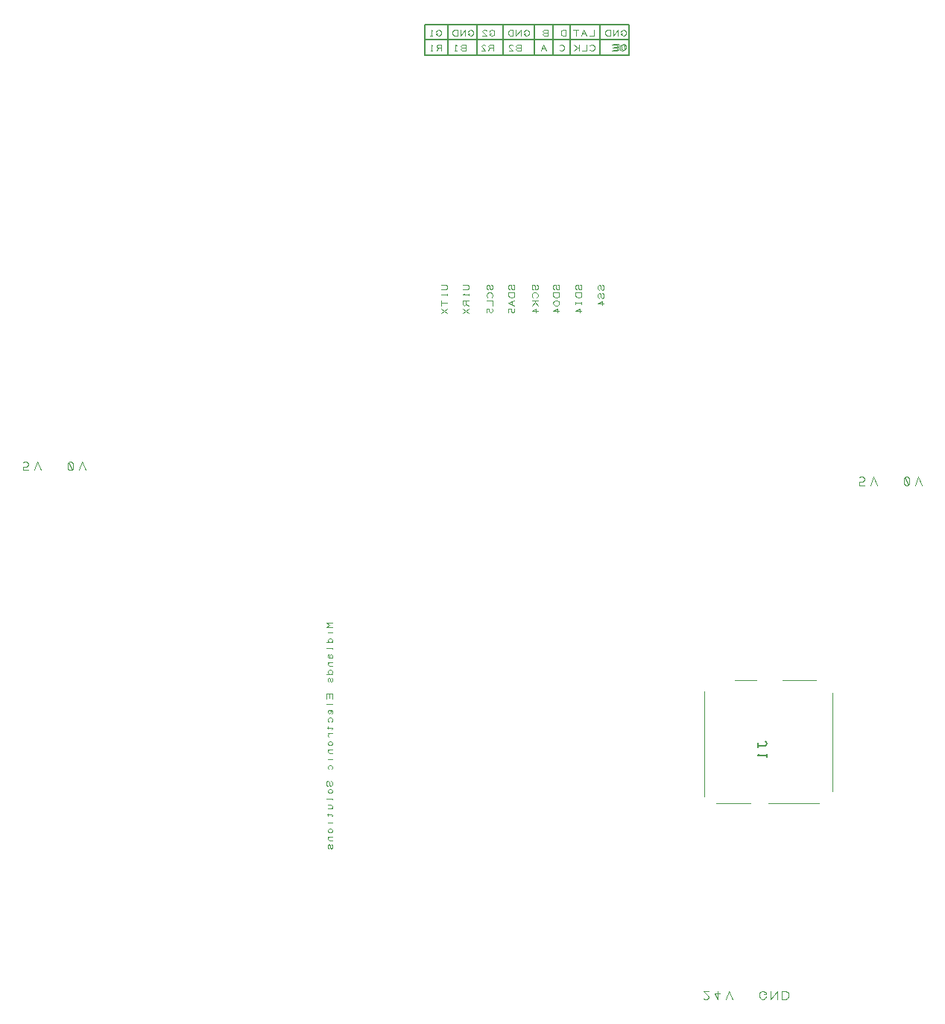
<source format=gbo>
G04 DesignSpark PCB Gerber Version 12.0 Build 5942*
%FSLAX35Y35*%
%MOIN*%
%ADD283C,0.00300*%
%ADD12C,0.00394*%
%ADD11C,0.00500*%
X0Y0D02*
D02*
D11*
X213226Y433404D02*
X223463D01*
Y426711D01*
X213226D01*
Y433404D01*
Y440096D02*
X223463D01*
Y433404D01*
X213226D01*
Y440096D01*
X223463Y433404D02*
X236455D01*
Y426711D01*
X223463D01*
Y433404D01*
Y440096D02*
X236455D01*
Y433404D01*
X223463D01*
Y440096D01*
X236455Y433404D02*
X248266D01*
Y426711D01*
X236455D01*
Y433404D01*
Y440096D02*
X248266D01*
Y433404D01*
X236455D01*
Y440096D01*
X248266Y433404D02*
X262045D01*
Y426711D01*
X248266D01*
Y433404D01*
Y440096D02*
X262045D01*
Y433404D01*
X248266D01*
Y440096D01*
X262045Y433404D02*
X270313D01*
Y426711D01*
X262045D01*
Y433404D01*
Y440096D02*
X270313D01*
Y433404D01*
X262045D01*
Y440096D01*
X270313Y433404D02*
X278187D01*
Y426711D01*
X270313D01*
Y433404D01*
Y440096D02*
X278187D01*
Y433404D01*
X270313D01*
Y440096D01*
X278187Y433404D02*
X291573D01*
Y426711D01*
X278187D01*
Y433404D01*
Y440096D02*
X291573D01*
Y433404D01*
X278187D01*
Y440096D01*
X291573Y433404D02*
X304565D01*
Y426711D01*
X291573D01*
Y433404D01*
Y440096D02*
X304565D01*
Y433404D01*
X291573D01*
Y440096D01*
X365341Y119797D02*
X365654Y119485D01*
X365966Y118860D01*
X365654Y118235D01*
X365341Y117922D01*
X362216D01*
Y117297D01*
Y117922D02*
Y119172D01*
X365966Y114172D02*
Y112922D01*
Y113547D02*
X362216D01*
X362841Y114172D01*
D02*
D12*
X337967Y95360D02*
Y142211D01*
X343478Y92337D02*
X358833D01*
X351746Y147163D02*
X361589Y147230D01*
X366707Y92337D02*
X389344Y92309D01*
X373006Y147230D02*
X387967D01*
X385407Y89848D02*
G75*
G02*
Y90242I0J197D01*
G01*
Y89848D02*
G75*
G03*
Y90242I0J197D01*
G01*
X395447Y141423D02*
Y97722D01*
D02*
D283*
X33337Y244524D02*
X33962Y244836D01*
X34899D01*
X35524Y244524D01*
X35837Y243898D01*
Y243586D01*
X35524Y242961D01*
X34899Y242648D01*
X33337D01*
Y241086D01*
X35837D01*
X38337D02*
X39899Y244836D01*
X41462Y241086D01*
X53649Y244524D02*
X54274Y244836D01*
X54899D01*
X55524Y244524D01*
X55837Y243898D01*
Y242024D01*
X55524Y241398D01*
X54899Y241086D01*
X54274D01*
X53649Y241398D01*
X53337Y242024D01*
Y243898D01*
X53649Y244524D01*
X55524Y241398D01*
X58337Y241086D02*
X59899Y244836D01*
X61462Y241086D01*
X171715Y173014D02*
X169058D01*
X170387Y171906D01*
X169058Y170799D01*
X171715D01*
Y168585D02*
X169944D01*
X169280D02*
X170608Y164156D02*
X170165Y164377D01*
X169944Y164820D01*
Y165263D01*
X170165Y165706D01*
X170608Y165927D01*
X171051D01*
X171494Y165706D01*
X171715Y165263D01*
Y164820D01*
X171494Y164377D01*
X171051Y164156D01*
X171715D02*
X169058D01*
X171715Y161276D02*
Y161498D01*
X169058D01*
X170165Y158841D02*
X169944Y158398D01*
Y157733D01*
X170165Y157290D01*
X170608Y157069D01*
X171272D01*
X171494Y157290D01*
X171715Y157733D01*
Y158176D01*
X171494Y158619D01*
X171272Y158841D01*
X171051D01*
X170830Y158619D01*
X170608Y158176D01*
Y157733D01*
X170830Y157290D01*
X171051Y157069D01*
X171272D02*
X171715D01*
Y155297D02*
X169944D01*
X170608D02*
X170165Y155076D01*
X169944Y154633D01*
Y154190D01*
X170165Y153747D01*
X170608Y153526D01*
X171715D01*
X170608Y149982D02*
X170165Y150204D01*
X169944Y150646D01*
Y151089D01*
X170165Y151532D01*
X170608Y151754D01*
X171051D01*
X171494Y151532D01*
X171715Y151089D01*
Y150646D01*
X171494Y150204D01*
X171051Y149982D01*
X171715D02*
X169058D01*
X171494Y148211D02*
X171715Y147768D01*
Y146882D01*
X171494Y146439D01*
X171051D01*
X170830Y146882D01*
Y147768D01*
X170608Y148211D01*
X170165D01*
X169944Y147768D01*
Y146882D01*
X170165Y146439D01*
X171715Y141124D02*
X169058D01*
Y138909D01*
X170387Y139352D02*
Y141124D01*
X171715D02*
Y138909D01*
Y136473D02*
Y136695D01*
X169058D01*
X171494Y132266D02*
X171715Y132487D01*
Y132930D01*
Y133373D01*
X171494Y133816D01*
X171051Y134037D01*
X170387D01*
X170165Y133816D01*
X169944Y133373D01*
Y132930D01*
X170165Y132487D01*
X170387Y132266D01*
X170608D01*
X170830Y132487D01*
X171051Y132930D01*
Y133373D01*
X170830Y133816D01*
X170608Y134037D01*
X170165Y128722D02*
X169944Y129165D01*
Y129830D01*
X170165Y130272D01*
X170608Y130494D01*
X171051D01*
X171494Y130272D01*
X171715Y129830D01*
Y129165D01*
X171494Y128722D01*
X169944Y126581D02*
Y125548D01*
X169501Y126065D02*
X171494D01*
X171715Y125843D01*
Y125622D01*
X171494Y125400D01*
X171715Y123407D02*
X169944D01*
X170608D02*
X170165Y123186D01*
X169944Y122743D01*
Y122300D01*
X170165Y121857D01*
X171051Y119864D02*
X171494Y119643D01*
X171715Y119200D01*
Y118757D01*
X171494Y118314D01*
X171051Y118093D01*
X170608D01*
X170165Y118314D01*
X169944Y118757D01*
Y119200D01*
X170165Y119643D01*
X170608Y119864D01*
X171051D01*
X171715Y116321D02*
X169944D01*
X170608D02*
X170165Y116099D01*
X169944Y115656D01*
Y115213D01*
X170165Y114770D01*
X170608Y114549D01*
X171715D01*
Y111892D02*
X169944D01*
X169280D02*
X170165Y107463D02*
X169944Y107906D01*
Y108570D01*
X170165Y109013D01*
X170608Y109234D01*
X171051D01*
X171494Y109013D01*
X171715Y108570D01*
Y107906D01*
X171494Y107463D01*
X171051Y102148D02*
X171494Y101926D01*
X171715Y101483D01*
Y100597D01*
X171494Y100154D01*
X171051Y99933D01*
X170608Y100154D01*
X170387Y100597D01*
Y101483D01*
X170165Y101926D01*
X169722Y102148D01*
X169280Y101926D01*
X169058Y101483D01*
Y100597D01*
X169280Y100154D01*
X169722Y99933D01*
X171051Y98604D02*
X171494Y98383D01*
X171715Y97940D01*
Y97497D01*
X171494Y97054D01*
X171051Y96833D01*
X170608D01*
X170165Y97054D01*
X169944Y97497D01*
Y97940D01*
X170165Y98383D01*
X170608Y98604D01*
X171051D01*
X171715Y93954D02*
Y94175D01*
X169058D01*
X169944Y91518D02*
X171051D01*
X171494Y91296D01*
X171715Y90853D01*
Y90410D01*
X171494Y89967D01*
X171051Y89746D01*
X169944D02*
X171715D01*
X169944Y87605D02*
Y86572D01*
X169501Y87089D02*
X171494D01*
X171715Y86867D01*
Y86646D01*
X171494Y86424D01*
X171715Y83545D02*
X169944D01*
X169280D02*
X171051Y80888D02*
X171494Y80666D01*
X171715Y80223D01*
Y79780D01*
X171494Y79337D01*
X171051Y79116D01*
X170608D01*
X170165Y79337D01*
X169944Y79780D01*
Y80223D01*
X170165Y80666D01*
X170608Y80888D01*
X171051D01*
X171715Y77344D02*
X169944D01*
X170608D02*
X170165Y77123D01*
X169944Y76680D01*
Y76237D01*
X170165Y75794D01*
X170608Y75573D01*
X171715D01*
X171494Y73801D02*
X171715Y73358D01*
Y72472D01*
X171494Y72030D01*
X171051D01*
X170830Y72472D01*
Y73358D01*
X170608Y73801D01*
X170165D01*
X169944Y73358D01*
Y72472D01*
X170165Y72030D01*
X218932Y436356D02*
X218268D01*
Y436135D01*
X218489Y435692D01*
X218711Y435470D01*
X219154Y435249D01*
X219596D01*
X220039Y435470D01*
X220261Y435692D01*
X220482Y436135D01*
Y437021D01*
X220261Y437464D01*
X220039Y437685D01*
X219596Y437907D01*
X219154D01*
X218711Y437685D01*
X218489Y437464D01*
X218268Y437021D01*
X216496Y435249D02*
X215610D01*
X216053D02*
Y437907D01*
X216496Y437464D01*
X220553Y428544D02*
Y431202D01*
X219003D01*
X218560Y430980D01*
X218339Y430537D01*
X218560Y430094D01*
X219003Y429873D01*
X220553D01*
X219003D02*
X218339Y428544D01*
X216567D02*
X215681D01*
X216124D02*
Y431202D01*
X216567Y430759D01*
X220314Y323990D02*
X222307D01*
X222750Y323769D01*
X222971Y323326D01*
Y322440D01*
X222750Y321997D01*
X222307Y321776D01*
X220314D01*
X222971Y320004D02*
Y319118D01*
Y319561D02*
X220314D01*
X220757Y320004D01*
X222971Y315796D02*
X220314D01*
Y316904D02*
Y314689D01*
X222971Y313360D02*
X220314Y311146D01*
Y313360D02*
X222971Y311146D01*
X229790Y429873D02*
X229347Y429652D01*
X229126Y429209D01*
X229347Y428766D01*
X229790Y428544D01*
X231341D01*
Y431202D01*
X229790D01*
X229347Y430980D01*
X229126Y430537D01*
X229347Y430094D01*
X229790Y429873D01*
X231341D01*
X227354Y428544D02*
X226469D01*
X226911D02*
Y431202D01*
X227354Y430759D01*
X233188Y436356D02*
X232524D01*
Y436135D01*
X232745Y435692D01*
X232967Y435470D01*
X233409Y435249D01*
X233852D01*
X234295Y435470D01*
X234517Y435692D01*
X234738Y436135D01*
Y437021D01*
X234517Y437464D01*
X234295Y437685D01*
X233852Y437907D01*
X233409D01*
X232967Y437685D01*
X232745Y437464D01*
X232524Y437021D01*
X231195Y435249D02*
Y437907D01*
X228980Y435249D01*
Y437907D01*
X227652Y435249D02*
Y437907D01*
X226323D01*
X225880Y437685D01*
X225658Y437464D01*
X225437Y437021D01*
Y436135D01*
X225658Y435692D01*
X225880Y435470D01*
X226323Y435249D01*
X227652D01*
X230180Y323990D02*
X232173D01*
X232616Y323769D01*
X232837Y323326D01*
Y322440D01*
X232616Y321997D01*
X232173Y321776D01*
X230180D01*
X232837Y320004D02*
Y319118D01*
Y319561D02*
X230180D01*
X230623Y320004D01*
X232837Y316904D02*
X230180D01*
Y315353D01*
X230402Y314910D01*
X230844Y314689D01*
X231287Y314910D01*
X231509Y315353D01*
Y316904D01*
Y315353D02*
X232837Y314689D01*
Y313360D02*
X230180Y311146D01*
Y313360D02*
X232837Y311146D01*
X243829Y428544D02*
Y431202D01*
X242278D01*
X241835Y430980D01*
X241614Y430537D01*
X241835Y430094D01*
X242278Y429873D01*
X243829D01*
X242278D02*
X241614Y428544D01*
X238514D02*
X240285D01*
X238735Y430094D01*
X238514Y430537D01*
X238735Y430980D01*
X239178Y431202D01*
X239843D01*
X240285Y430980D01*
X242668Y436356D02*
X242004D01*
Y436135D01*
X242225Y435692D01*
X242447Y435470D01*
X242890Y435249D01*
X243333D01*
X243776Y435470D01*
X243997Y435692D01*
X244219Y436135D01*
Y437021D01*
X243997Y437464D01*
X243776Y437685D01*
X243333Y437907D01*
X242890D01*
X242447Y437685D01*
X242225Y437464D01*
X242004Y437021D01*
X238904Y435249D02*
X240675D01*
X239125Y436799D01*
X238904Y437242D01*
X239125Y437685D01*
X239568Y437907D01*
X240232D01*
X240675Y437685D01*
X242811Y323990D02*
X243254Y323769D01*
X243475Y323326D01*
Y322440D01*
X243254Y321997D01*
X242811Y321776D01*
X242368Y321997D01*
X242146Y322440D01*
Y323326D01*
X241925Y323769D01*
X241482Y323990D01*
X241039Y323769D01*
X240818Y323326D01*
Y322440D01*
X241039Y321997D01*
X241482Y321776D01*
X243032Y318232D02*
X243254Y318454D01*
X243475Y318896D01*
Y319561D01*
X243254Y320004D01*
X243032Y320225D01*
X242589Y320447D01*
X241704D01*
X241261Y320225D01*
X241039Y320004D01*
X240818Y319561D01*
Y318896D01*
X241039Y318454D01*
X241261Y318232D01*
X240818Y316904D02*
X243475D01*
Y314689D01*
X243254Y313360D02*
X243475Y312917D01*
Y312253D01*
X243254Y311810D01*
X242811Y311589D01*
X242589D01*
X242146Y311810D01*
X241925Y312253D01*
Y313360D01*
X240818D01*
Y311589D01*
X254456Y429873D02*
X254013Y429652D01*
X253791Y429209D01*
X254013Y428766D01*
X254456Y428544D01*
X256006D01*
Y431202D01*
X254456D01*
X254013Y430980D01*
X253791Y430537D01*
X254013Y430094D01*
X254456Y429873D01*
X256006D01*
X250691Y428544D02*
X252463D01*
X250912Y430094D01*
X250691Y430537D01*
X250912Y430980D01*
X251355Y431202D01*
X252020D01*
X252463Y430980D01*
X252520Y323990D02*
X252963Y323769D01*
X253184Y323326D01*
Y322440D01*
X252963Y321997D01*
X252520Y321776D01*
X252077Y321997D01*
X251855Y322440D01*
Y323326D01*
X251634Y323769D01*
X251191Y323990D01*
X250748Y323769D01*
X250526Y323326D01*
Y322440D01*
X250748Y321997D01*
X251191Y321776D01*
X253184Y320447D02*
X250526D01*
Y319118D01*
X250748Y318675D01*
X250969Y318454D01*
X251412Y318232D01*
X252298D01*
X252741Y318454D01*
X252963Y318675D01*
X253184Y319118D01*
Y320447D01*
Y316904D02*
X250526Y315796D01*
X253184Y314689D01*
X252077Y316461D02*
Y315132D01*
X252963Y313360D02*
X253184Y312917D01*
Y312253D01*
X252963Y311810D01*
X252520Y311589D01*
X252298D01*
X251855Y311810D01*
X251634Y312253D01*
Y313360D01*
X250526D01*
Y311589D01*
X258152Y436356D02*
X257488D01*
Y436135D01*
X257709Y435692D01*
X257931Y435470D01*
X258374Y435249D01*
X258817D01*
X259260Y435470D01*
X259481Y435692D01*
X259703Y436135D01*
Y437021D01*
X259481Y437464D01*
X259260Y437685D01*
X258817Y437907D01*
X258374D01*
X257931Y437685D01*
X257709Y437464D01*
X257488Y437021D01*
X256159Y435249D02*
Y437907D01*
X253945Y435249D01*
Y437907D01*
X252616Y435249D02*
Y437907D01*
X251287D01*
X250844Y437685D01*
X250623Y437464D01*
X250402Y437021D01*
Y436135D01*
X250623Y435692D01*
X250844Y435470D01*
X251287Y435249D01*
X252616D01*
X263004Y323990D02*
X263447Y323769D01*
X263668Y323326D01*
Y322440D01*
X263447Y321997D01*
X263004Y321776D01*
X262561Y321997D01*
X262339Y322440D01*
Y323326D01*
X262118Y323769D01*
X261675Y323990D01*
X261232Y323769D01*
X261011Y323326D01*
Y322440D01*
X261232Y321997D01*
X261675Y321776D01*
X263225Y318232D02*
X263447Y318454D01*
X263668Y318896D01*
Y319561D01*
X263447Y320004D01*
X263225Y320225D01*
X262782Y320447D01*
X261896D01*
X261454Y320225D01*
X261232Y320004D01*
X261011Y319561D01*
Y318896D01*
X261232Y318454D01*
X261454Y318232D01*
X263668Y316904D02*
X261011D01*
X262339D02*
Y316239D01*
X261011Y314689D01*
X262339Y316239D02*
X263668Y314689D01*
Y312253D02*
X261011D01*
X262782Y313360D01*
Y311589D01*
X267333Y428544D02*
X266225Y431202D01*
X265118Y428544D01*
X266890Y429652D02*
X265561D01*
X266483Y436578D02*
X266040Y436356D01*
X265819Y435913D01*
X266040Y435470D01*
X266483Y435249D01*
X268033D01*
Y437907D01*
X266483D01*
X266040Y437685D01*
X265819Y437242D01*
X266040Y436799D01*
X266483Y436578D01*
X268033D01*
X273291Y428987D02*
X273513Y428766D01*
X273956Y428544D01*
X274620D01*
X275063Y428766D01*
X275284Y428987D01*
X275506Y429430D01*
Y430316D01*
X275284Y430759D01*
X275063Y430980D01*
X274620Y431202D01*
X273956D01*
X273513Y430980D01*
X273291Y430759D01*
X272559Y323990D02*
X273002Y323769D01*
X273223Y323326D01*
Y322440D01*
X273002Y321997D01*
X272559Y321776D01*
X272116Y321997D01*
X271894Y322440D01*
Y323326D01*
X271673Y323769D01*
X271230Y323990D01*
X270787Y323769D01*
X270566Y323326D01*
Y322440D01*
X270787Y321997D01*
X271230Y321776D01*
X273223Y320447D02*
X270566D01*
Y319118D01*
X270787Y318675D01*
X271009Y318454D01*
X271452Y318232D01*
X272337D01*
X272780Y318454D01*
X273002Y318675D01*
X273223Y319118D01*
Y320447D01*
X272337Y316904D02*
X271452D01*
X271009Y316682D01*
X270787Y316461D01*
X270566Y316018D01*
Y315575D01*
X270787Y315132D01*
X271009Y314910D01*
X271452Y314689D01*
X272337D01*
X272780Y314910D01*
X273002Y315132D01*
X273223Y315575D01*
Y316018D01*
X273002Y316461D01*
X272780Y316682D01*
X272337Y316904D01*
X273223Y312253D02*
X270566D01*
X272337Y313360D01*
Y311589D01*
X276207Y435249D02*
Y437907D01*
X274878D01*
X274435Y437685D01*
X274213Y437464D01*
X273992Y437021D01*
Y436135D01*
X274213Y435692D01*
X274435Y435470D01*
X274878Y435249D01*
X276207D01*
X288919Y437907D02*
Y435249D01*
X286705D01*
X285376D02*
X284269Y437907D01*
X283161Y435249D01*
X284933Y436356D02*
X283604D01*
X280725Y435249D02*
Y437907D01*
X281833D02*
X279618D01*
X286854Y428987D02*
X287076Y428766D01*
X287519Y428544D01*
X288183D01*
X288626Y428766D01*
X288847Y428987D01*
X289069Y429430D01*
Y430316D01*
X288847Y430759D01*
X288626Y430980D01*
X288183Y431202D01*
X287519D01*
X287076Y430980D01*
X286854Y430759D01*
X285526Y431202D02*
Y428544D01*
X283311D01*
X281982D02*
Y431202D01*
Y429873D02*
X281318D01*
X279768Y431202D01*
X281318Y429873D02*
X279768Y428544D01*
X282579Y323990D02*
X283022Y323769D01*
X283243Y323326D01*
Y322440D01*
X283022Y321997D01*
X282579Y321776D01*
X282136Y321997D01*
X281914Y322440D01*
Y323326D01*
X281693Y323769D01*
X281250Y323990D01*
X280807Y323769D01*
X280585Y323326D01*
Y322440D01*
X280807Y321997D01*
X281250Y321776D01*
X283243Y320447D02*
X280585D01*
Y319118D01*
X280807Y318675D01*
X281028Y318454D01*
X281471Y318232D01*
X282357D01*
X282800Y318454D01*
X283022Y318675D01*
X283243Y319118D01*
Y320447D01*
Y316239D02*
Y315353D01*
Y315796D02*
X280585D01*
Y316239D02*
Y315353D01*
X283243Y312253D02*
X280585D01*
X282357Y313360D01*
Y311589D01*
X292598Y323762D02*
X293041Y323540D01*
X293263Y323097D01*
Y322211D01*
X293041Y321769D01*
X292598Y321547D01*
X292156Y321769D01*
X291934Y322211D01*
Y323097D01*
X291713Y323540D01*
X291270Y323762D01*
X290827Y323540D01*
X290605Y323097D01*
Y322211D01*
X290827Y321769D01*
X291270Y321547D01*
X292598Y320219D02*
X293041Y319997D01*
X293263Y319554D01*
Y318668D01*
X293041Y318225D01*
X292598Y318004D01*
X292156Y318225D01*
X291934Y318668D01*
Y319554D01*
X291713Y319997D01*
X291270Y320219D01*
X290827Y319997D01*
X290605Y319554D01*
Y318668D01*
X290827Y318225D01*
X291270Y318004D01*
X293263Y315568D02*
X290605D01*
X292377Y316675D01*
Y314904D01*
X301542Y436356D02*
X300878D01*
Y436135D01*
X301099Y435692D01*
X301321Y435470D01*
X301764Y435249D01*
X302207D01*
X302650Y435470D01*
X302871Y435692D01*
X303093Y436135D01*
Y437021D01*
X302871Y437464D01*
X302650Y437685D01*
X302207Y437907D01*
X301764D01*
X301321Y437685D01*
X301099Y437464D01*
X300878Y437021D01*
X299549Y435249D02*
Y437907D01*
X297335Y435249D01*
Y437907D01*
X296006Y435249D02*
Y437907D01*
X294677D01*
X294234Y437685D01*
X294013Y437464D01*
X293791Y437021D01*
Y436135D01*
X294013Y435692D01*
X294234Y435470D01*
X294677Y435249D01*
X296006D01*
X302557Y429430D02*
Y430316D01*
X302335Y430759D01*
X302114Y430980D01*
X301671Y431202D01*
X301228D01*
X300785Y430980D01*
X300564Y430759D01*
X300343Y430316D01*
Y429430D01*
X300564Y428987D01*
X300785Y428766D01*
X301228Y428544D01*
X301671D01*
X302114Y428766D01*
X302335Y428987D01*
X302557Y429430D01*
X299014Y428544D02*
Y431202D01*
X296799D01*
X297242Y429873D02*
X299014D01*
Y428544D02*
X296799D01*
X303171Y429820D02*
Y430706D01*
X302950Y431149D01*
X302728Y431370D01*
X302285Y431592D01*
X301843D01*
X301400Y431370D01*
X301178Y431149D01*
X300957Y430706D01*
Y429820D01*
X301178Y429377D01*
X301400Y429156D01*
X301843Y428934D01*
X302285D01*
X302728Y429156D01*
X302950Y429377D01*
X303171Y429820D01*
X299628Y428934D02*
Y431592D01*
X297413D01*
X297856Y430263D02*
X299628D01*
Y428934D02*
X297413D01*
X340199Y8368D02*
X337699D01*
X339886Y6180D01*
X340199Y5555D01*
X339886Y4930D01*
X339261Y4618D01*
X338324D01*
X337699Y4930D01*
X344261Y8368D02*
Y4618D01*
X342699Y7118D01*
X345199D01*
X347699Y4618D02*
X349261Y8368D01*
X350824Y4618D01*
X364886Y6805D02*
X365824D01*
Y7118D01*
X365511Y7743D01*
X365199Y8055D01*
X364574Y8368D01*
X363949D01*
X363324Y8055D01*
X363011Y7743D01*
X362699Y7118D01*
Y5868D01*
X363011Y5243D01*
X363324Y4930D01*
X363949Y4618D01*
X364574D01*
X365199Y4930D01*
X365511Y5243D01*
X365824Y5868D01*
X367699Y8368D02*
Y4618D01*
X370824Y8368D01*
Y4618D01*
X372699Y8368D02*
Y4618D01*
X374574D01*
X375199Y4930D01*
X375511Y5243D01*
X375824Y5868D01*
Y7118D01*
X375511Y7743D01*
X375199Y8055D01*
X374574Y8368D01*
X372699D01*
X407376Y237807D02*
X408001Y238120D01*
X408939D01*
X409563Y237807D01*
X409876Y237182D01*
Y236870D01*
X409563Y236244D01*
X408939Y235932D01*
X407376D01*
Y234370D01*
X409876D01*
X412376D02*
X413939Y238120D01*
X415501Y234370D01*
X427689Y237807D02*
X428313Y238120D01*
X428939D01*
X429563Y237807D01*
X429876Y237182D01*
Y235307D01*
X429563Y234682D01*
X428939Y234370D01*
X428313D01*
X427689Y234682D01*
X427376Y235307D01*
Y237182D01*
X427689Y237807D01*
X429563Y234682D01*
X432376Y234370D02*
X433939Y238120D01*
X435501Y234370D01*
X0Y0D02*
M02*

</source>
